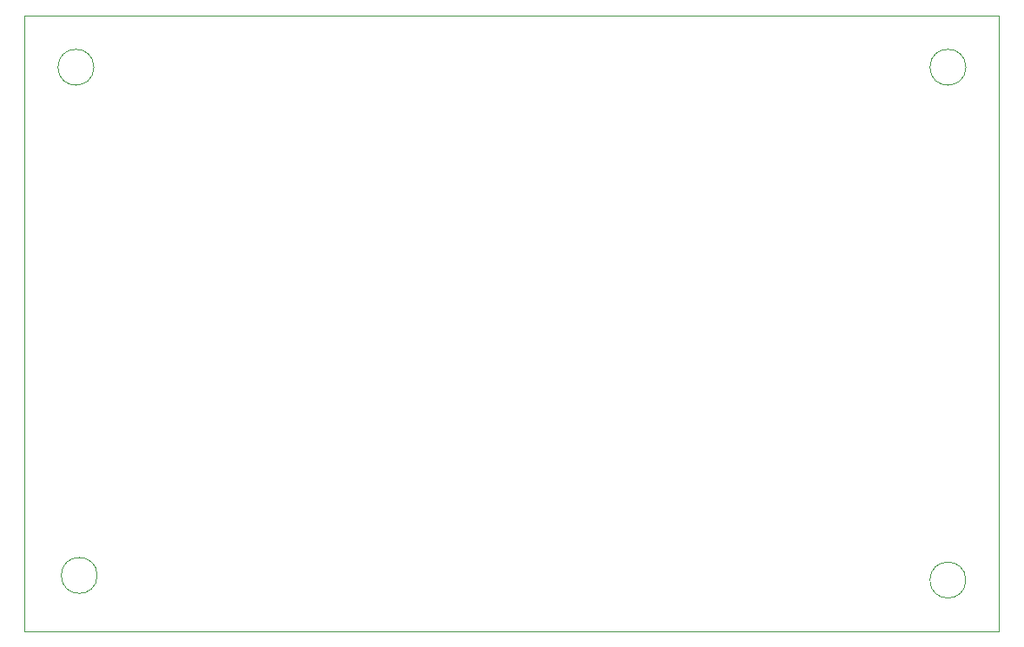
<source format=gbr>
%TF.GenerationSoftware,KiCad,Pcbnew,9.0.3*%
%TF.CreationDate,2025-07-31T03:50:49-04:00*%
%TF.ProjectId,BatPad,42617450-6164-42e6-9b69-6361645f7063,rev?*%
%TF.SameCoordinates,Original*%
%TF.FileFunction,Profile,NP*%
%FSLAX46Y46*%
G04 Gerber Fmt 4.6, Leading zero omitted, Abs format (unit mm)*
G04 Created by KiCad (PCBNEW 9.0.3) date 2025-07-31 03:50:49*
%MOMM*%
%LPD*%
G01*
G04 APERTURE LIST*
%TA.AperFunction,Profile*%
%ADD10C,0.050000*%
%TD*%
G04 APERTURE END LIST*
D10*
X7072756Y-54550625D02*
G75*
G02*
X3572756Y-54550625I-1750000J0D01*
G01*
X3572756Y-54550625D02*
G75*
G02*
X7072756Y-54550625I1750000J0D01*
G01*
X91750000Y-55000000D02*
G75*
G02*
X88250000Y-55000000I-1750000J0D01*
G01*
X88250000Y-55000000D02*
G75*
G02*
X91750000Y-55000000I1750000J0D01*
G01*
X91750000Y-5000000D02*
G75*
G02*
X88250000Y-5000000I-1750000J0D01*
G01*
X88250000Y-5000000D02*
G75*
G02*
X91750000Y-5000000I1750000J0D01*
G01*
X0Y0D02*
X95000000Y0D01*
X95000000Y-60000000D01*
X0Y-60000000D01*
X0Y0D01*
X6750000Y-5000000D02*
G75*
G02*
X3250000Y-5000000I-1750000J0D01*
G01*
X3250000Y-5000000D02*
G75*
G02*
X6750000Y-5000000I1750000J0D01*
G01*
M02*

</source>
